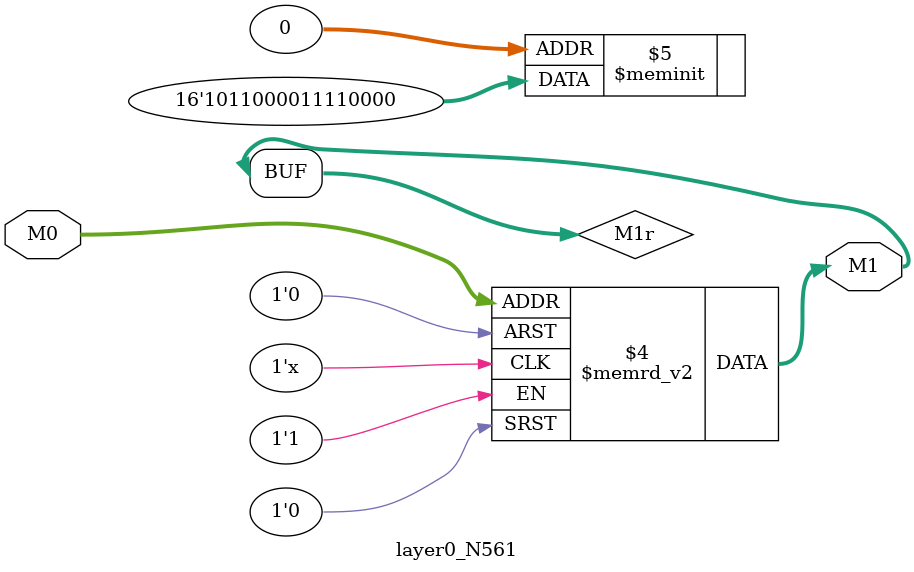
<source format=v>
module layer0_N561 ( input [2:0] M0, output [1:0] M1 );

	(*rom_style = "distributed" *) reg [1:0] M1r;
	assign M1 = M1r;
	always @ (M0) begin
		case (M0)
			3'b000: M1r = 2'b00;
			3'b100: M1r = 2'b00;
			3'b010: M1r = 2'b11;
			3'b110: M1r = 2'b11;
			3'b001: M1r = 2'b00;
			3'b101: M1r = 2'b00;
			3'b011: M1r = 2'b11;
			3'b111: M1r = 2'b10;

		endcase
	end
endmodule

</source>
